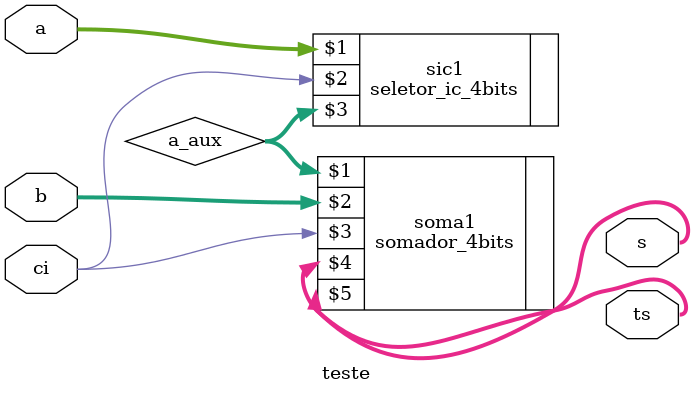
<source format=v>
module teste
(
	input [3:0]a, b,
	input ci,
	output [3:0]s, ts 
);

	wire [3:0]a_aux;
	seletor_ic_4bits sic1(a, ci, a_aux);
	somador_4bits soma1(a_aux, b, ci, s, ts);

endmodule 

</source>
